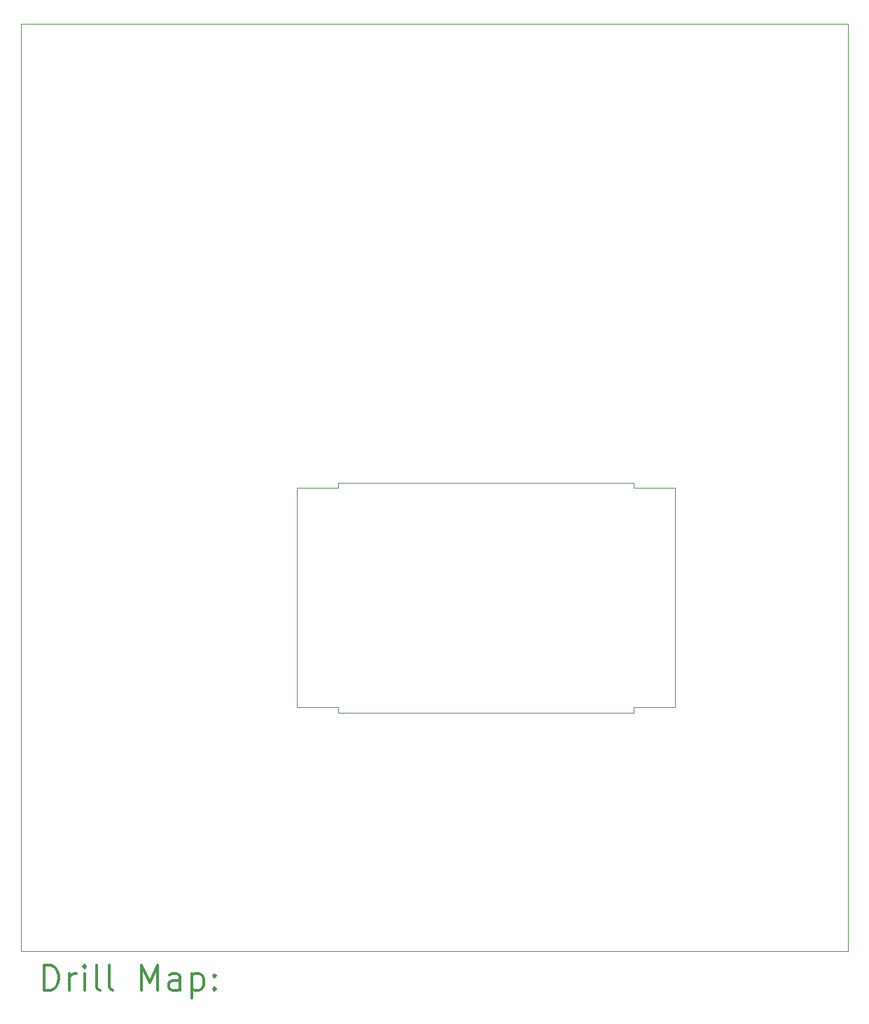
<source format=gbr>
%FSLAX45Y45*%
G04 Gerber Fmt 4.5, Leading zero omitted, Abs format (unit mm)*
G04 Created by KiCad (PCBNEW 5.1.10) date 2021-07-21 04:13:38*
%MOMM*%
%LPD*%
G01*
G04 APERTURE LIST*
%TA.AperFunction,Profile*%
%ADD10C,0.050000*%
%TD*%
%ADD11C,0.200000*%
%ADD12C,0.300000*%
G04 APERTURE END LIST*
D10*
X3800000Y-12800000D02*
X3825000Y-12800000D01*
X11750000Y-12800000D02*
X3825000Y-12800000D01*
X1750000Y-12800000D02*
X3800000Y-12800000D01*
X5087500Y-7205000D02*
X5587500Y-7205000D01*
X9162500Y-7205000D02*
X9662500Y-7205000D01*
X5587500Y-7142500D02*
X9162500Y-7142500D01*
X5587500Y-7205000D02*
X5587500Y-7142500D01*
X9662500Y-9855000D02*
X9662500Y-7205000D01*
X9162500Y-7205000D02*
X9162500Y-7142500D01*
X5087500Y-7205000D02*
X5087500Y-9855000D01*
X5587500Y-9855000D02*
X5087500Y-9855000D01*
X9162500Y-9917500D02*
X5587500Y-9917500D01*
X9662500Y-9855000D02*
X9162500Y-9855000D01*
X9162500Y-9855000D02*
X9162500Y-9917500D01*
X5587500Y-9855000D02*
X5587500Y-9917500D01*
X1750000Y-12800000D02*
X1750000Y-1600000D01*
X11750000Y-1600000D02*
X11750000Y-12800000D01*
X1750000Y-1600000D02*
X11750000Y-1600000D01*
D11*
D12*
X2033928Y-13268214D02*
X2033928Y-12968214D01*
X2105357Y-12968214D01*
X2148214Y-12982500D01*
X2176786Y-13011071D01*
X2191071Y-13039643D01*
X2205357Y-13096786D01*
X2205357Y-13139643D01*
X2191071Y-13196786D01*
X2176786Y-13225357D01*
X2148214Y-13253929D01*
X2105357Y-13268214D01*
X2033928Y-13268214D01*
X2333928Y-13268214D02*
X2333928Y-13068214D01*
X2333928Y-13125357D02*
X2348214Y-13096786D01*
X2362500Y-13082500D01*
X2391071Y-13068214D01*
X2419643Y-13068214D01*
X2519643Y-13268214D02*
X2519643Y-13068214D01*
X2519643Y-12968214D02*
X2505357Y-12982500D01*
X2519643Y-12996786D01*
X2533928Y-12982500D01*
X2519643Y-12968214D01*
X2519643Y-12996786D01*
X2705357Y-13268214D02*
X2676786Y-13253929D01*
X2662500Y-13225357D01*
X2662500Y-12968214D01*
X2862500Y-13268214D02*
X2833928Y-13253929D01*
X2819643Y-13225357D01*
X2819643Y-12968214D01*
X3205357Y-13268214D02*
X3205357Y-12968214D01*
X3305357Y-13182500D01*
X3405357Y-12968214D01*
X3405357Y-13268214D01*
X3676786Y-13268214D02*
X3676786Y-13111071D01*
X3662500Y-13082500D01*
X3633928Y-13068214D01*
X3576786Y-13068214D01*
X3548214Y-13082500D01*
X3676786Y-13253929D02*
X3648214Y-13268214D01*
X3576786Y-13268214D01*
X3548214Y-13253929D01*
X3533928Y-13225357D01*
X3533928Y-13196786D01*
X3548214Y-13168214D01*
X3576786Y-13153929D01*
X3648214Y-13153929D01*
X3676786Y-13139643D01*
X3819643Y-13068214D02*
X3819643Y-13368214D01*
X3819643Y-13082500D02*
X3848214Y-13068214D01*
X3905357Y-13068214D01*
X3933928Y-13082500D01*
X3948214Y-13096786D01*
X3962500Y-13125357D01*
X3962500Y-13211071D01*
X3948214Y-13239643D01*
X3933928Y-13253929D01*
X3905357Y-13268214D01*
X3848214Y-13268214D01*
X3819643Y-13253929D01*
X4091071Y-13239643D02*
X4105357Y-13253929D01*
X4091071Y-13268214D01*
X4076786Y-13253929D01*
X4091071Y-13239643D01*
X4091071Y-13268214D01*
X4091071Y-13082500D02*
X4105357Y-13096786D01*
X4091071Y-13111071D01*
X4076786Y-13096786D01*
X4091071Y-13082500D01*
X4091071Y-13111071D01*
M02*

</source>
